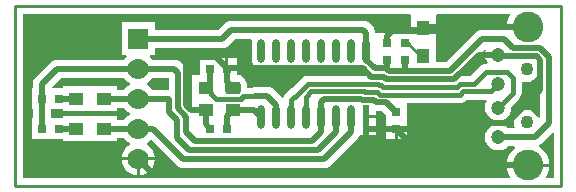
<source format=gtl>
G04 Layer_Physical_Order=1*
G04 Layer_Color=255*
%FSLAX25Y25*%
%MOIN*%
G70*
G01*
G75*
%ADD10O,0.02400X0.08000*%
%ADD11R,0.02400X0.08000*%
%ADD12R,0.03000X0.03000*%
G04:AMPARAMS|DCode=13|XSize=51.18mil|YSize=43.31mil|CornerRadius=10.83mil|HoleSize=0mil|Usage=FLASHONLY|Rotation=180.000|XOffset=0mil|YOffset=0mil|HoleType=Round|Shape=RoundedRectangle|*
%AMROUNDEDRECTD13*
21,1,0.05118,0.02165,0,0,180.0*
21,1,0.02953,0.04331,0,0,180.0*
1,1,0.02165,-0.01476,0.01083*
1,1,0.02165,0.01476,0.01083*
1,1,0.02165,0.01476,-0.01083*
1,1,0.02165,-0.01476,-0.01083*
%
%ADD13ROUNDEDRECTD13*%
%ADD14R,0.05118X0.04331*%
%ADD15R,0.03000X0.03000*%
%ADD16R,0.04331X0.04921*%
%ADD17R,0.04921X0.04331*%
%ADD18C,0.02000*%
%ADD19C,0.01500*%
%ADD20C,0.01000*%
%ADD21C,0.10236*%
%ADD22C,0.04724*%
%ADD23C,0.04331*%
%ADD24C,0.07000*%
%ADD25R,0.07000X0.07000*%
G36*
X-13605Y35077D02*
X-14627Y34293D01*
X-14670Y34127D01*
X-14670Y33873D01*
X-14627Y33707D01*
X-13605Y32923D01*
X-12917Y32026D01*
X-7353D01*
Y35974D01*
X-12917D01*
X-13605Y35077D01*
D02*
G37*
G36*
X12612Y46860D02*
X11985Y46380D01*
X11256Y46077D01*
X10472Y45974D01*
X-12028D01*
Y43500D01*
X-13580D01*
X-13740Y43027D01*
X-13605Y42923D01*
X-12917Y42026D01*
X-5528D01*
X-4744Y41923D01*
X-4015Y41620D01*
X-3388Y41140D01*
X-2188Y39940D01*
X-1707Y39313D01*
X-1405Y38583D01*
X-1302Y37800D01*
Y27094D01*
X-76Y25868D01*
X386Y26059D01*
Y28575D01*
Y36906D01*
X2972D01*
Y42500D01*
X11472D01*
Y39000D01*
X11972D01*
Y38500D01*
X15472D01*
Y36932D01*
X15476D01*
X16281Y36826D01*
X17031Y36516D01*
X17675Y36021D01*
X18169Y35377D01*
X18480Y34628D01*
X18586Y33823D01*
Y32774D01*
X20329D01*
X20689Y32923D01*
X21472Y33026D01*
X25472D01*
X26256Y32923D01*
X26985Y32620D01*
X27612Y32140D01*
X30331Y29420D01*
X30914Y29545D01*
X31070Y29922D01*
X31511Y30497D01*
X33743Y32729D01*
X33743Y32729D01*
X36976Y35961D01*
X37550Y36402D01*
X38219Y36679D01*
X38937Y36774D01*
X58712D01*
X58929Y37264D01*
X56557Y39636D01*
X56313Y39824D01*
X55972Y39881D01*
X55632Y39824D01*
X55086Y39405D01*
X54308Y39082D01*
X53472Y38972D01*
X52637Y39082D01*
X51859Y39405D01*
X51313Y39824D01*
X50972Y39881D01*
X50632Y39824D01*
X50086Y39405D01*
X49308Y39082D01*
X48472Y38972D01*
X47637Y39082D01*
X46859Y39405D01*
X46313Y39824D01*
X45972Y39881D01*
X45632Y39824D01*
X45086Y39405D01*
X44308Y39082D01*
X43472Y38972D01*
X42637Y39082D01*
X41859Y39405D01*
X41313Y39824D01*
X40972Y39881D01*
X40632Y39824D01*
X40086Y39405D01*
X39308Y39082D01*
X38472Y38972D01*
X37637Y39082D01*
X36859Y39405D01*
X36313Y39824D01*
X35972Y39881D01*
X35632Y39824D01*
X35086Y39405D01*
X34308Y39082D01*
X33472Y38972D01*
X32637Y39082D01*
X31859Y39405D01*
X31313Y39824D01*
X30972Y39881D01*
X30632Y39824D01*
X30086Y39405D01*
X29308Y39082D01*
X28472Y38972D01*
X27637Y39082D01*
X26859Y39405D01*
X26313Y39824D01*
X25972Y39881D01*
X25632Y39824D01*
X25086Y39405D01*
X24308Y39082D01*
X23472Y38972D01*
X22637Y39082D01*
X21859Y39405D01*
X21190Y39918D01*
X20677Y40586D01*
X20355Y41365D01*
X20245Y42200D01*
Y47800D01*
X20334Y48474D01*
X20017Y48974D01*
X14726D01*
X12612Y46860D01*
D02*
G37*
G36*
X-24441Y24835D02*
X-33362D01*
Y24835D01*
X-33693D01*
Y24835D01*
X-42614D01*
Y25500D01*
X-46502D01*
Y22500D01*
X-42614D01*
Y23165D01*
X-33693D01*
Y23165D01*
X-33362D01*
Y23165D01*
X-24441D01*
Y22026D01*
X-22138D01*
X-21450Y22923D01*
X-20428Y23707D01*
X-20385Y23873D01*
X-20385Y24127D01*
X-20428Y24293D01*
X-21450Y25077D01*
X-22138Y25974D01*
X-24441D01*
Y24835D01*
D02*
G37*
G36*
X-46248Y33000D02*
X-46041Y32500D01*
X-42614D01*
Y33165D01*
X-33693D01*
Y33165D01*
X-33362D01*
Y33165D01*
X-24441D01*
Y32026D01*
X-22138D01*
X-21450Y32923D01*
X-20428Y33707D01*
X-20385Y33873D01*
X-20385Y34127D01*
X-20428Y34293D01*
X-21450Y35077D01*
X-22138Y35974D01*
X-43274D01*
X-46248Y33000D01*
D02*
G37*
G36*
X-55979Y2549D02*
X106157D01*
X106233Y2710D01*
X106339Y3049D01*
X105707Y4231D01*
X105300Y5573D01*
X105212Y6469D01*
X119418D01*
X119330Y5573D01*
X118923Y4231D01*
X118291Y3049D01*
X118397Y2710D01*
X118473Y2549D01*
X120923D01*
Y17518D01*
X120461Y17710D01*
X116833Y14081D01*
X116832Y14081D01*
X116206Y13600D01*
X116129Y13568D01*
X116102Y13016D01*
X116289Y12916D01*
X117373Y12026D01*
X118262Y10942D01*
X118923Y9706D01*
X119330Y8364D01*
X119418Y7468D01*
X105212D01*
X105300Y8364D01*
X105707Y9706D01*
X106368Y10942D01*
X107257Y12026D01*
X108072Y12695D01*
X107893Y13195D01*
X105649D01*
X105584Y13109D01*
X104672Y12410D01*
X103611Y11971D01*
X102472Y11821D01*
X101334Y11971D01*
X100273Y12410D01*
X99361Y13109D01*
X98662Y14021D01*
X98223Y15082D01*
X98073Y16220D01*
X98223Y17359D01*
X98662Y18420D01*
X99361Y19332D01*
X100273Y20031D01*
X101334Y20470D01*
X102472Y20620D01*
X103611Y20470D01*
X104672Y20031D01*
X105584Y19332D01*
X105649Y19246D01*
X107748D01*
X108026Y19662D01*
X107863Y20054D01*
X107720Y21142D01*
X107863Y22229D01*
X108283Y23242D01*
X108950Y24113D01*
X109821Y24780D01*
X110834Y25200D01*
X111921Y25343D01*
X113009Y25200D01*
X114022Y24780D01*
X114892Y24113D01*
X115560Y23242D01*
X115720Y22855D01*
X116335Y22677D01*
X116447Y22757D01*
Y37656D01*
X115979Y37771D01*
X115560Y36758D01*
X114892Y35888D01*
X114022Y35220D01*
X113009Y34800D01*
X111921Y34657D01*
X110834Y34800D01*
X110662Y34871D01*
X110246Y34594D01*
Y31000D01*
X110152Y30282D01*
X109875Y29613D01*
X109434Y29039D01*
X106824Y26429D01*
X106872Y26063D01*
X106722Y24924D01*
X106283Y23863D01*
X105584Y22952D01*
X104672Y22253D01*
X103611Y21813D01*
X102472Y21663D01*
X101334Y21813D01*
X100273Y22253D01*
X99361Y22952D01*
X98662Y23863D01*
X98223Y24924D01*
X98073Y26063D01*
X98223Y27202D01*
X98662Y28263D01*
X98673Y28278D01*
X98452Y28726D01*
X91924D01*
X91685Y28488D01*
X91111Y28047D01*
X90442Y27770D01*
X89724Y27676D01*
X71972D01*
Y21000D01*
Y19500D01*
X64972D01*
Y21000D01*
Y23721D01*
X63820Y24873D01*
X61865D01*
X61672Y24704D01*
Y23500D01*
X58472D01*
Y23000D01*
X57972D01*
Y17000D01*
X56305D01*
X56093Y16487D01*
X55612Y15860D01*
X46612Y6860D01*
X45985Y6380D01*
X45256Y6077D01*
X44472Y5974D01*
X-2528D01*
X-3311Y6077D01*
X-4041Y6380D01*
X-4667Y6860D01*
X-13024Y15217D01*
X-13523Y15184D01*
X-13605Y15077D01*
X-14627Y14293D01*
X-14670Y14127D01*
X-14670Y13873D01*
X-14627Y13707D01*
X-13605Y12923D01*
X-12723Y11774D01*
X-12169Y10436D01*
X-12046Y9500D01*
X-23009D01*
X-22886Y10436D01*
X-22332Y11774D01*
X-21450Y12923D01*
X-20428Y13707D01*
X-20385Y13873D01*
X-20385Y14127D01*
X-20428Y14293D01*
X-21450Y15077D01*
X-22138Y15974D01*
X-24441D01*
Y14835D01*
X-33362D01*
Y14835D01*
X-33693D01*
Y14835D01*
X-42614D01*
Y15500D01*
X-53028D01*
Y22500D01*
X-52553D01*
Y25500D01*
X-53028D01*
Y32500D01*
X-52553D01*
Y34000D01*
X-52450Y34783D01*
X-52148Y35513D01*
X-51667Y36140D01*
X-51667Y36140D01*
X-46667Y41140D01*
X-46040Y41620D01*
X-45311Y41923D01*
X-44528Y42026D01*
X-22138D01*
X-21450Y42923D01*
X-21315Y43027D01*
X-21476Y43500D01*
X-23028D01*
Y54500D01*
X-12028D01*
Y52026D01*
X9219D01*
X11333Y54140D01*
X11959Y54620D01*
X12689Y54923D01*
X13472Y55026D01*
X57472D01*
X58256Y54923D01*
X58985Y54620D01*
X59612Y54140D01*
X59612Y54140D01*
X60612Y53140D01*
X61093Y52513D01*
X61395Y51783D01*
X61492Y51047D01*
X61972Y51000D01*
X61972Y51000D01*
X61972Y51000D01*
X64972D01*
Y47500D01*
X65972D01*
Y51000D01*
X72953D01*
X73307Y51354D01*
Y52126D01*
X81638D01*
Y48165D01*
X81638Y48165D01*
Y47835D01*
X81638D01*
X81638Y47665D01*
Y41325D01*
X85219D01*
X95034Y51140D01*
X95660Y51621D01*
X96390Y51923D01*
X97173Y52026D01*
X104472D01*
X104763Y51988D01*
X105221Y52432D01*
X105212Y52531D01*
X112315D01*
Y53531D01*
X105212D01*
X105300Y54427D01*
X105707Y55769D01*
X106339Y56951D01*
X106233Y57290D01*
X106157Y57451D01*
X81965D01*
X81638Y57087D01*
Y53126D01*
X73307D01*
Y57087D01*
X72980Y57451D01*
X-55979D01*
Y2549D01*
D02*
G37*
G36*
X89717Y37264D02*
X89933Y36774D01*
X93323D01*
X96511Y39961D01*
X97086Y40402D01*
X97755Y40679D01*
X98472Y40774D01*
X98715D01*
X98936Y41222D01*
X98662Y41580D01*
X98223Y42641D01*
X98138Y43279D01*
X102472D01*
Y44280D01*
X98138D01*
X98223Y44918D01*
X98325Y45165D01*
X97901Y45448D01*
X89717Y37264D01*
D02*
G37*
%LPC*%
G36*
X68972Y18500D02*
X71972D01*
Y15500D01*
X68972D01*
Y18500D01*
D02*
G37*
G36*
X-23009Y8500D02*
X-18028D01*
Y3518D01*
X-18963Y3641D01*
X-20301Y4196D01*
X-21450Y5077D01*
X-22332Y6226D01*
X-22886Y7564D01*
X-23009Y8500D01*
D02*
G37*
G36*
X-17028D02*
X-12046D01*
X-12169Y7564D01*
X-12723Y6226D01*
X-13605Y5077D01*
X-14754Y4196D01*
X-16092Y3641D01*
X-17028Y3518D01*
Y8500D01*
D02*
G37*
G36*
X12472Y42500D02*
X15472D01*
Y39500D01*
X12472D01*
Y42500D01*
D02*
G37*
G36*
X58972Y22500D02*
X61672D01*
Y17000D01*
X58972D01*
Y22500D01*
D02*
G37*
G36*
X64972Y18500D02*
X67972D01*
Y15500D01*
X64972D01*
Y18500D01*
D02*
G37*
%LPD*%
D10*
X48472Y45000D02*
D03*
X23472D02*
D03*
X28472Y23000D02*
D03*
X43472Y45000D02*
D03*
X23472Y23000D02*
D03*
X53472D02*
D03*
X48472D02*
D03*
X43472D02*
D03*
X38472D02*
D03*
X33472D02*
D03*
X38472Y45000D02*
D03*
X53472D02*
D03*
X28472D02*
D03*
X33472D02*
D03*
X58472D02*
D03*
D11*
Y23000D02*
D03*
D12*
X68472Y19000D02*
D03*
Y24500D02*
D03*
X65472Y47500D02*
D03*
Y42000D02*
D03*
X71472Y47500D02*
D03*
Y42000D02*
D03*
D13*
X14000Y32740D02*
D03*
D14*
X4945D02*
D03*
Y25260D02*
D03*
X14000D02*
D03*
D15*
X6472Y39000D02*
D03*
X11972D02*
D03*
X6472Y19000D02*
D03*
X11972D02*
D03*
X-44028Y29000D02*
D03*
X-49528D02*
D03*
X-44028Y19000D02*
D03*
X-49528D02*
D03*
D16*
X77472Y43374D02*
D03*
Y52626D02*
D03*
D17*
X-38153Y29000D02*
D03*
X-28902D02*
D03*
X-38153Y19000D02*
D03*
X-28902D02*
D03*
D18*
X68472D02*
X58472D01*
X75472D02*
X68472D01*
X80504Y6968D02*
X68472Y19000D01*
X112315Y6968D02*
X80504D01*
X77472Y52626D02*
X76472Y51626D01*
X77878Y53031D02*
X77472Y52626D01*
X76472Y51626D02*
X67098D01*
X83776D02*
X76472D01*
X112315Y53031D02*
X77878D01*
X12172Y39200D02*
X8372Y43000D01*
X-1528D01*
X12172Y39200D02*
X11972Y39000D01*
X57313Y39200D02*
X12172D01*
X60113Y36400D02*
X57313Y39200D01*
X63566Y36400D02*
X60113D01*
X63766Y36200D02*
X63566Y36400D01*
X64313Y36200D02*
X63766D01*
X65013Y35499D02*
X64313Y36200D01*
X87632Y35499D02*
X65013D01*
X95912Y43780D02*
X87632Y35499D01*
X102472Y43780D02*
X95912D01*
X61272Y39200D02*
X58472Y42000D01*
X64726Y39200D02*
X61272D01*
X64926Y39000D02*
X64726Y39200D01*
X65472Y39000D02*
X64926D01*
X56965Y28800D02*
X56815Y28950D01*
X60418Y28800D02*
X56965D01*
X60618Y28600D02*
X60418Y28800D01*
X61165Y28600D02*
X60618D01*
X56815Y28950D02*
X44422D01*
X61865Y27899D02*
X61165Y28600D01*
X65073Y27899D02*
X61865D01*
X68472Y24500D02*
X65073Y27899D01*
X44422Y28950D02*
X43472Y28000D01*
X86472Y38299D02*
X71472D01*
X97173Y49000D02*
X86472Y38299D01*
X43472Y23000D02*
Y28000D01*
X103052Y43200D02*
X102472Y43780D01*
X114693Y16220D02*
X102472D01*
X119472Y21000D02*
X114693Y16220D01*
X119472Y21000D02*
Y43000D01*
X116472Y46000D01*
Y42000D02*
X115272Y43200D01*
X116472Y32000D02*
Y42000D01*
Y32000D02*
X105472Y21000D01*
X115272Y43200D02*
X103052D01*
X116472Y46000D02*
X107472D01*
X104472Y49000D01*
X97173D01*
X105472Y21000D02*
X94472D01*
X87953Y14480D01*
X-1528Y27000D02*
Y43000D01*
X213Y25260D02*
X-1528Y27000D01*
X-4328Y37800D02*
X-5528Y39000D01*
X4945Y25260D02*
X213D01*
X-7128Y29000D02*
X-17528D01*
X-7128Y24680D02*
Y29000D01*
X-4528Y22080D02*
X-7128Y24680D01*
X-4528Y16000D02*
Y22080D01*
X-4328Y25840D02*
Y37800D01*
X-1528Y23040D02*
X-4328Y25840D01*
X-1528Y18000D02*
Y23040D01*
X1472Y15000D02*
X-1528Y18000D01*
X-528Y12000D02*
X-4528Y16000D01*
X-2528Y9000D02*
X-12528Y19000D01*
X67098Y51626D02*
X65472Y50000D01*
Y47500D02*
Y50000D01*
X66173Y38299D02*
X65472Y39000D01*
X71472Y38299D02*
Y42000D01*
Y38299D02*
X66173D01*
X21213Y25260D02*
X14000D01*
X23472Y23000D02*
X21213Y25260D01*
X11972Y34768D02*
Y39000D01*
X14000Y32740D02*
X11972Y34768D01*
X4945Y20528D02*
Y25260D01*
X6472Y19000D02*
X4945Y20528D01*
X11972Y19000D02*
Y23232D01*
X14000Y25260D02*
X11972Y23232D01*
X6472Y34268D02*
X4945Y32740D01*
X6472Y34268D02*
Y39000D01*
X28472Y23000D02*
Y27000D01*
X25472Y30000D01*
X21472D01*
X87953Y14480D02*
X79992D01*
X75472Y19000D01*
X58472Y45000D02*
Y51000D01*
X48472Y18000D02*
Y23000D01*
X53472Y18000D02*
Y23000D01*
X43472Y18000D02*
Y23000D01*
Y18000D02*
X40472Y15000D01*
X1472D01*
X48472Y18000D02*
X42472Y12000D01*
X53472Y18000D02*
X44472Y9000D01*
X-5528Y39000D02*
X-17528D01*
X42472Y12000D02*
X-528D01*
X44472Y9000D02*
X-2528D01*
X-17528Y39000D02*
X-44528D01*
X-49528Y34000D01*
Y19000D02*
Y29000D01*
Y34000D01*
X-38153Y29000D02*
X-44028D01*
X-38153Y19000D02*
X-44028D01*
X-17528Y29000D02*
X-28902D01*
X-17528Y19000D02*
X-28902D01*
X-13528Y5000D02*
X-17528Y9000D01*
X10472Y49000D02*
X-17528D01*
X-12528Y19000D02*
X-17528D01*
X50472Y5000D02*
X-13528D01*
X58472Y13000D02*
X50472Y5000D01*
X65472Y39000D02*
Y42000D01*
X58472Y13000D02*
Y22000D01*
Y51000D02*
X57472Y52000D01*
X13472D01*
X10472Y49000D01*
D19*
X59056Y33850D02*
X58906Y34000D01*
X62510Y33850D02*
X59056D01*
X62710Y33650D02*
X62510Y33850D01*
X63256Y33650D02*
X62710D01*
X58021Y31350D02*
X57871Y31500D01*
X61474Y31350D02*
X58021D01*
X61674Y31150D02*
X61474Y31350D01*
X62221Y31150D02*
X61674D01*
X57871Y31500D02*
X40222D01*
X62922Y30449D02*
X62221Y31150D01*
X58906Y34000D02*
X38937D01*
X63957Y32949D02*
X63256Y33650D01*
X68221Y30449D02*
X62922D01*
X69256Y32949D02*
X63957D01*
X89724Y30449D02*
X68221D01*
X90775Y31500D02*
X89724Y30449D01*
X95508Y31500D02*
X90775D01*
X100035D02*
X95508D01*
X88688Y32949D02*
X69256D01*
X89739Y34000D02*
X88688Y32949D01*
X94472Y34000D02*
X89739D01*
X38937D02*
X35705Y30768D01*
X40222Y31500D02*
X38472Y29750D01*
X102472Y33937D02*
X100035Y31500D01*
X98472Y38000D02*
X94472Y34000D01*
X107472Y31000D02*
X102535Y26063D01*
X107472Y31000D02*
Y36000D01*
X105472Y38000D01*
X98472D01*
X102535Y26063D02*
X102472D01*
X21472Y30000D02*
X17542D01*
X16567Y29025D01*
X8497D01*
X4945Y32577D01*
Y32740D01*
X35705Y30768D02*
Y30768D01*
X38472Y23000D02*
Y29750D01*
X35705Y30768D02*
X33472Y28536D01*
Y23000D02*
Y28536D01*
D20*
X77472Y42374D02*
X72347Y47500D01*
X71472D01*
X123472Y0D02*
Y60000D01*
Y0D02*
X-58528D01*
Y60000D01*
X123472D02*
X-58528D01*
D21*
X112315Y53031D02*
D03*
Y6968D02*
D03*
D22*
X102472Y43780D02*
D03*
Y33937D02*
D03*
Y26063D02*
D03*
Y16220D02*
D03*
D23*
X111921Y21142D02*
D03*
Y38858D02*
D03*
D24*
X-17528Y9000D02*
D03*
X-17528Y19000D02*
D03*
X-17528Y39000D02*
D03*
X-17528Y29000D02*
D03*
D25*
X-17528Y49000D02*
D03*
M02*

</source>
